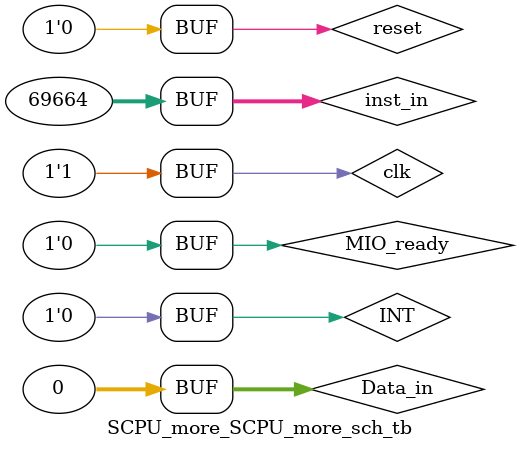
<source format=v>

`timescale 1ns / 1ps

module SCPU_more_SCPU_more_sch_tb();

// Inputs
   reg clk;
   reg reset;
   reg [31:0] Data_in;
   reg [31:0] inst_in;
   reg MIO_ready;
   reg INT;

// Output
   wire [31:0] PC_out;
   wire [31:0] Addr_out;
   wire [31:0] Data_out;
   wire mem_w;
   wire CPU_MIO;

// Bidirs

// Instantiate the UUT
   SCPU_more UUT (
		.PC_out(PC_out), 
		.Addr_out(Addr_out), 
		.Data_out(Data_out), 
		.mem_w(mem_w), 
		.CPU_MIO(CPU_MIO), 
		.clk(clk), 
		.reset(reset), 
		.Data_in(Data_in), 
		.inst_in(inst_in), 
		.MIO_ready(MIO_ready), 
		.INT(INT)
   );
// Initialize Inputs
//   `ifdef auto_init
       initial begin
		clk = 0;
		reset = 1;
		Data_in = 0;
		inst_in = 0;
		MIO_ready = 0;
		INT = 0;
		#20;
		
		reset = 0;
		inst_in = 32'b00000000000000000000100000100111;
		#20;
		inst_in = 32'b00000000000000010001000000100000;
		#20;

		
		end
		
		always begin
			clk=0;#10;
			clk=1;#10;
		end
		
//   `endif
endmodule

</source>
